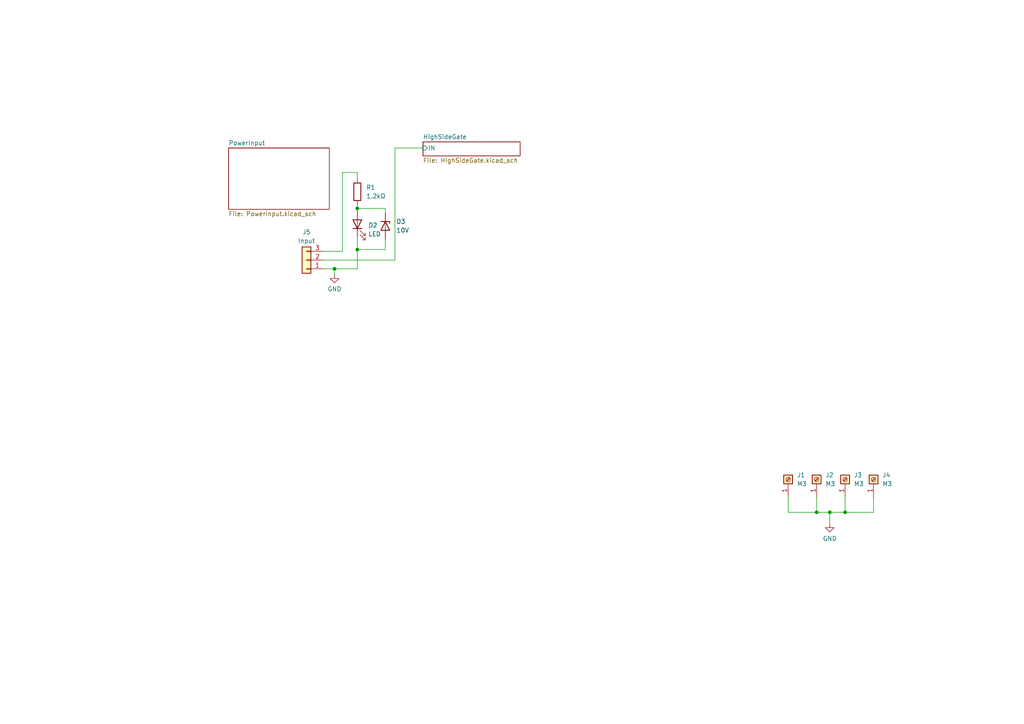
<source format=kicad_sch>
(kicad_sch (version 20230121) (generator eeschema)
  (paper "A4")
  (lib_symbols
    (symbol "Connector:Screw_Terminal_01x01" (pin_names (offset 1.016) hide)
      (property "Reference" "J" (at 0 2.54 0))
      (property "Value" "Screw_Terminal_01x01" (at 0 -2.54 0))
      (symbol "Screw_Terminal_01x01_1_1"
        (rectangle (start -1.27 1.27) (end 1.27 -1.27) (stroke (width 0.254)) (fill (type background)))
        (polyline (pts (xy -0.5334 0.3302) (xy 0.3302 -0.508)) (stroke (width 0.1524)))
        (polyline (pts (xy -0.3556 0.508) (xy 0.508 -0.3302)) (stroke (width 0.1524)))
        (circle (center 0 0) (radius 0.635) (stroke (width 0.1524)))
        (pin passive line (at -5.08 0 0) (length 3.81) (name "Pin_1") (number "1"))
      )
    )
    (symbol "Connector_Generic:Conn_01x03" (pin_names (offset 1.016) hide)
      (property "Reference" "J" (at 0 5.08 0))
      (property "Value" "Conn_01x03" (at 0 -5.08 0))
      (symbol "Conn_01x03_1_1"
        (rectangle (start -1.27 -2.413) (end 0 -2.667) (stroke (width 0.1524)))
        (rectangle (start -1.27 0.127) (end 0 -0.127) (stroke (width 0.1524)))
        (rectangle (start -1.27 2.667) (end 0 2.413) (stroke (width 0.1524)))
        (rectangle (start -1.27 3.81) (end 1.27 -3.81) (stroke (width 0.254)) (fill (type background)))
        (pin passive line (at -5.08 2.54 0) (length 3.81) (name "Pin_1") (number "1"))
        (pin passive line (at -5.08 0 0) (length 3.81) (name "Pin_2") (number "2"))
        (pin passive line (at -5.08 -2.54 0) (length 3.81) (name "Pin_3") (number "3"))
      )
    )
    (symbol "Device:D_Zener" (pin_numbers hide) (pin_names (offset 1.016) hide)
      (property "Reference" "D" (at 0 2.54 0))
      (property "Value" "D_Zener" (at 0 -2.54 0))
      (symbol "D_Zener_0_1"
        (polyline (pts (xy 1.27 0) (xy -1.27 0)))
        (polyline (pts (xy -1.27 -1.27) (xy -1.27 1.27) (xy -0.762 1.27)) (stroke (width 0.254)))
        (polyline (pts (xy 1.27 -1.27) (xy 1.27 1.27) (xy -1.27 0) (xy 1.27 -1.27)) (stroke (width 0.254)))
      )
      (symbol "D_Zener_1_1"
        (pin passive line (at -3.81 0 0) (length 2.54) (name "K") (number "1"))
        (pin passive line (at 3.81 0 180) (length 2.54) (name "A") (number "2"))
      )
    )
    (symbol "Device:LED" (pin_numbers hide) (pin_names (offset 1.016) hide)
      (property "Reference" "D" (at 0 2.54 0))
      (property "Value" "LED" (at 0 -2.54 0))
      (symbol "LED_0_1"
        (polyline (pts (xy -1.27 -1.27) (xy -1.27 1.27)) (stroke (width 0.254)))
        (polyline (pts (xy -1.27 0) (xy 1.27 0)))
        (polyline (pts (xy 1.27 -1.27) (xy 1.27 1.27) (xy -1.27 0) (xy 1.27 -1.27)) (stroke (width 0.254)))
        (polyline (pts (xy -3.048 -0.762) (xy -4.572 -2.286) (xy -3.81 -2.286) (xy -4.572 -2.286) (xy -4.572 -1.524)))
        (polyline (pts (xy -1.778 -0.762) (xy -3.302 -2.286) (xy -2.54 -2.286) (xy -3.302 -2.286) (xy -3.302 -1.524)))
      )
      (symbol "LED_1_1"
        (pin passive line (at -3.81 0 0) (length 2.54) (name "K") (number "1"))
        (pin passive line (at 3.81 0 180) (length 2.54) (name "A") (number "2"))
      )
    )
    (symbol "Device:R" (pin_numbers hide) (pin_names (offset 0))
      (property "Reference" "R" (at 2.032 0 90))
      (property "Value" "R" (at 0 0 90))
      (symbol "R_0_1"
        (rectangle (start -1.016 -2.54) (end 1.016 2.54) (stroke (width 0.254)))
      )
      (symbol "R_1_1"
        (pin passive line (at 0 3.81 270) (length 1.27) (name "~") (number "1"))
        (pin passive line (at 0 -3.81 90) (length 1.27) (name "~") (number "2"))
      )
    )
    (symbol "power:GND" (power) (pin_names (offset 0))
      (property "Value" "GND" (at 0 -3.81 0))
      (symbol "GND_0_1"
        (polyline (pts (xy 0 0) (xy 0 -1.27) (xy 1.27 -1.27) (xy 0 -2.54) (xy -1.27 -1.27) (xy 0 -1.27)))
      )
      (symbol "GND_1_1"
        (pin power_in line (at 0 0 270) (length 0) hide (name "GND") (number "1"))
      )
    )
  )
  (junction (at 236.855 148.59))
  (junction (at 240.665 148.59))
  (junction (at 245.11 148.59))
  (junction (at 97.028 77.978))
  (junction (at 103.632 60.452))
  (junction (at 103.632 72.39))
  (wire (pts (xy 114.554 75.438) (xy 114.554 42.926)))
  (wire (pts (xy 236.855 144.145) (xy 236.855 148.59)))
  (wire (pts (xy 228.6 144.145) (xy 228.6 148.59)))
  (wire (pts (xy 99.314 50.038) (xy 103.632 50.038)))
  (wire (pts (xy 103.632 77.978) (xy 97.028 77.978)))
  (wire (pts (xy 103.632 68.834) (xy 103.632 72.39)))
  (wire (pts (xy 240.665 148.59) (xy 240.665 151.765)))
  (wire (pts (xy 245.11 148.59) (xy 253.365 148.59)))
  (wire (pts (xy 253.365 148.59) (xy 253.365 144.145)))
  (wire (pts (xy 245.11 148.59) (xy 245.11 144.145)))
  (wire (pts (xy 236.855 148.59) (xy 240.665 148.59)))
  (wire (pts (xy 93.98 75.438) (xy 114.554 75.438)))
  (wire (pts (xy 93.98 77.978) (xy 97.028 77.978)))
  (wire (pts (xy 114.554 42.926) (xy 122.682 42.926)))
  (wire (pts (xy 103.632 72.39) (xy 103.632 77.978)))
  (wire (pts (xy 228.6 148.59) (xy 236.855 148.59)))
  (wire (pts (xy 111.76 61.722) (xy 111.76 60.452)))
  (wire (pts (xy 111.76 69.342) (xy 111.76 72.39)))
  (wire (pts (xy 93.98 72.898) (xy 99.314 72.898)))
  (wire (pts (xy 103.632 50.038) (xy 103.632 51.816)))
  (wire (pts (xy 99.314 72.898) (xy 99.314 50.038)))
  (wire (pts (xy 111.76 60.452) (xy 103.632 60.452)))
  (wire (pts (xy 103.632 60.452) (xy 103.632 61.214)))
  (wire (pts (xy 103.632 72.39) (xy 111.76 72.39)))
  (wire (pts (xy 97.028 77.978) (xy 97.028 79.502)))
  (wire (pts (xy 103.632 59.436) (xy 103.632 60.452)))
  (wire (pts (xy 240.665 148.59) (xy 245.11 148.59)))
  (symbol (lib_id "Device:D_Zener") (at 111.76 65.532 270) (unit 1)
    (property "Reference" "D3" (at 114.935 64.262 90) (effects (justify left)))
    (property "Value" "10V" (at 114.935 66.802 90) (effects (justify left)))
    (property "Footprint" "Diode_SMD:D_SOD-123" (effects hide))
  )
  (symbol (lib_id "Connector_Generic:Conn_01x03") (at 88.9 75.438 180) (unit 1)
    (property "Reference" "J5" (at 88.9 67.31 0))
    (property "Value" "Input" (at 88.9 69.85 0))
    (property "Footprint" "Connector_PinHeader_2.54mm:PinHeader_1x03_P2.54mm_Vertical" (effects hide))
  )
  (symbol (lib_id "Connector:Screw_Terminal_01x01") (at 245.11 139.065 90) (unit 1)
    (property "Reference" "J3" (at 247.65 137.795 90) (effects (justify right)))
    (property "Value" "M3" (at 247.65 140.335 90) (effects (justify right)))
    (property "Footprint" "MountingHole:MountingHole_3.2mm_M3_DIN965_Pad" (effects hide))
  )
  (symbol (lib_id "Connector:Screw_Terminal_01x01") (at 228.6 139.065 90) (unit 1)
    (property "Reference" "J1" (at 231.14 137.795 90) (effects (justify right)))
    (property "Value" "M3" (at 231.14 140.335 90) (effects (justify right)))
    (property "Footprint" "MountingHole:MountingHole_3.2mm_M3_DIN965_Pad" (effects hide))
  )
  (symbol (lib_id "power:GND") (at 240.665 151.765 0) (unit 1)
    (property "Reference" "#PWR03" (effects hide))
    (property "Value" "GND" (at 240.665 156.21 0))
  )
  (symbol (lib_id "Device:LED") (at 103.632 65.024 90) (unit 1)
    (property "Reference" "D2" (at 106.807 65.3415 90) (effects (justify right)))
    (property "Value" "LED" (at 106.807 67.8815 90) (effects (justify right)))
    (property "Footprint" "LED_SMD:LED_0805_2012Metric" (effects hide))
  )
  (symbol (lib_id "Connector:Screw_Terminal_01x01") (at 253.365 139.065 90) (unit 1)
    (property "Reference" "J4" (at 255.905 137.795 90) (effects (justify right)))
    (property "Value" "M3" (at 255.905 140.335 90) (effects (justify right)))
    (property "Footprint" "MountingHole:MountingHole_3.2mm_M3_DIN965_Pad" (effects hide))
  )
  (symbol (lib_id "Device:R") (at 103.632 55.626 180) (unit 1)
    (property "Reference" "R1" (at 106.172 54.356 0) (effects (justify right)))
    (property "Value" "1.2kΩ" (at 106.172 56.896 0) (effects (justify right)))
    (property "Footprint" "Resistor_SMD:R_0805_2012Metric" (effects hide))
  )
  (symbol (lib_id "Connector:Screw_Terminal_01x01") (at 236.855 139.065 90) (unit 1)
    (property "Reference" "J2" (at 239.395 137.795 90) (effects (justify right)))
    (property "Value" "M3" (at 239.395 140.335 90) (effects (justify right)))
    (property "Footprint" "MountingHole:MountingHole_3.2mm_M3_DIN965_Pad" (effects hide))
  )
  (symbol (lib_id "power:GND") (at 97.028 79.502 0) (unit 1)
    (property "Reference" "#PWR01" (effects hide))
    (property "Value" "GND" (at 97.028 83.82 0))
  )
  (sheet (at 122.682 41.148) (size 28.194 4.064) (stroke (width 0.1524))
    (property "Sheetname" "HighSideGate" (at 122.682 40.4364 0) (effects (justify left bottom)))
    (property "Sheetfile" "HighSideGate.kicad_sch" (at 122.682 45.7966 0) (effects (justify left top)))
    (pin "IN" input (at 122.682 42.926 180))
  )
  (sheet (at 66.294 42.926) (size 29.21 17.78) (stroke (width 0.1524))
    (property "Sheetname" "PowerInput" (at 66.294 42.2144 0) (effects (justify left bottom)))
    (property "Sheetfile" "PowerInput.kicad_sch" (at 66.294 61.2906 0) (effects (justify left top)))
  )
)
</source>
